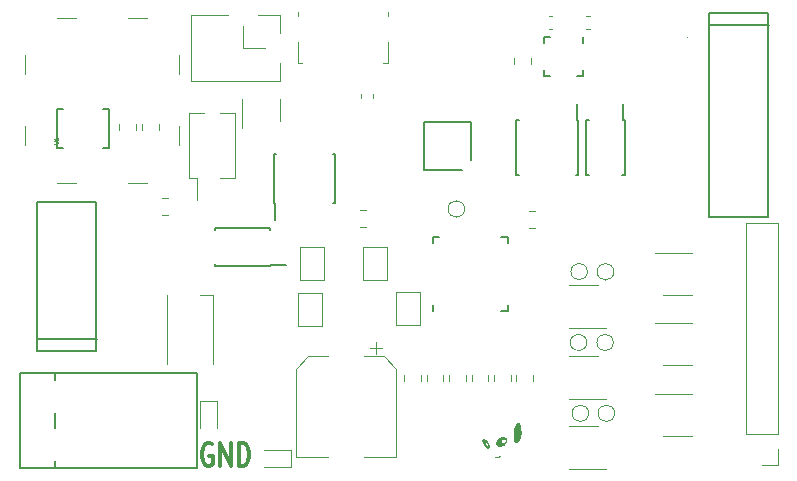
<source format=gbr>
G04 #@! TF.GenerationSoftware,KiCad,Pcbnew,5.1.5-52549c5~84~ubuntu18.04.1*
G04 #@! TF.CreationDate,2020-04-16T17:59:20+02:00*
G04 #@! TF.ProjectId,board,626f6172-642e-46b6-9963-61645f706362,rev?*
G04 #@! TF.SameCoordinates,Original*
G04 #@! TF.FileFunction,Legend,Top*
G04 #@! TF.FilePolarity,Positive*
%FSLAX46Y46*%
G04 Gerber Fmt 4.6, Leading zero omitted, Abs format (unit mm)*
G04 Created by KiCad (PCBNEW 5.1.5-52549c5~84~ubuntu18.04.1) date 2020-04-16 17:59:20*
%MOMM*%
%LPD*%
G04 APERTURE LIST*
%ADD10C,0.300000*%
%ADD11C,0.120000*%
%ADD12C,0.150000*%
%ADD13C,0.127000*%
%ADD14C,0.152400*%
%ADD15C,0.010000*%
%ADD16C,0.060000*%
%ADD17C,0.100000*%
%ADD18C,0.050000*%
G04 APERTURE END LIST*
D10*
X109417142Y-136670000D02*
X109274285Y-136574761D01*
X109060000Y-136574761D01*
X108845714Y-136670000D01*
X108702857Y-136860476D01*
X108631428Y-137050952D01*
X108560000Y-137431904D01*
X108560000Y-137717619D01*
X108631428Y-138098571D01*
X108702857Y-138289047D01*
X108845714Y-138479523D01*
X109060000Y-138574761D01*
X109202857Y-138574761D01*
X109417142Y-138479523D01*
X109488571Y-138384285D01*
X109488571Y-137717619D01*
X109202857Y-137717619D01*
X110131428Y-138574761D02*
X110131428Y-136574761D01*
X110988571Y-138574761D01*
X110988571Y-136574761D01*
X111702857Y-138574761D02*
X111702857Y-136574761D01*
X112060000Y-136574761D01*
X112274285Y-136670000D01*
X112417142Y-136860476D01*
X112488571Y-137050952D01*
X112560000Y-137431904D01*
X112560000Y-137717619D01*
X112488571Y-138098571D01*
X112417142Y-138289047D01*
X112274285Y-138479523D01*
X112060000Y-138574761D01*
X111702857Y-138574761D01*
D11*
X102997000Y-110098578D02*
X102997000Y-109581422D01*
X101577000Y-110098578D02*
X101577000Y-109581422D01*
D12*
X140425000Y-109275000D02*
X140300000Y-109275000D01*
X140425000Y-113925000D02*
X140200000Y-113925000D01*
X135175000Y-113925000D02*
X135400000Y-113925000D01*
X135175000Y-109275000D02*
X135400000Y-109275000D01*
X140425000Y-109275000D02*
X140425000Y-113925000D01*
X135175000Y-109275000D02*
X135175000Y-113925000D01*
X140300000Y-109275000D02*
X140300000Y-107925000D01*
D11*
X96300000Y-100620000D02*
X97900000Y-100620000D01*
X96300000Y-114580000D02*
X97900000Y-114580000D01*
X102300000Y-100620000D02*
X103900000Y-100620000D01*
X102300000Y-114580000D02*
X103900000Y-114580000D01*
X93600000Y-103800000D02*
X93600000Y-105400000D01*
X106600000Y-103800000D02*
X106600000Y-105400000D01*
X93600000Y-109800000D02*
X93600000Y-111400000D01*
X106600000Y-109800000D02*
X106600000Y-111400000D01*
D13*
X99640000Y-127820000D02*
X94630000Y-127820000D01*
X99630000Y-116210000D02*
X94610000Y-116210000D01*
X99630000Y-128830000D02*
X99630000Y-116190000D01*
X94620000Y-128810000D02*
X99620000Y-128810000D01*
X94620000Y-116210000D02*
X94630000Y-128830000D01*
D11*
X104902000Y-110098578D02*
X104902000Y-109581422D01*
X103482000Y-110098578D02*
X103482000Y-109581422D01*
X136241422Y-118410000D02*
X136758578Y-118410000D01*
X136241422Y-116990000D02*
X136758578Y-116990000D01*
D12*
X128150000Y-119150000D02*
X128150000Y-119675000D01*
X134450000Y-119150000D02*
X134450000Y-119675000D01*
X134450000Y-125450000D02*
X134450000Y-124925000D01*
X128150000Y-125450000D02*
X128150000Y-124925000D01*
X134450000Y-119150000D02*
X133925000Y-119150000D01*
X134450000Y-125450000D02*
X133925000Y-125450000D01*
X128150000Y-119150000D02*
X128675000Y-119150000D01*
D11*
X122458578Y-116890000D02*
X121941422Y-116890000D01*
X122458578Y-118310000D02*
X121941422Y-118310000D01*
D12*
X144345000Y-109265000D02*
X144245000Y-109265000D01*
X144345000Y-113915000D02*
X144145000Y-113915000D01*
X141095000Y-113915000D02*
X141295000Y-113915000D01*
X141095000Y-109265000D02*
X141295000Y-109265000D01*
X144345000Y-109265000D02*
X144345000Y-113915000D01*
X141095000Y-109265000D02*
X141095000Y-113915000D01*
X144245000Y-109265000D02*
X144245000Y-107915000D01*
D11*
X142750000Y-132850000D02*
X139620000Y-132850000D01*
X142080000Y-129250000D02*
X139620000Y-129250000D01*
D14*
X96772800Y-108293600D02*
X96315600Y-108293600D01*
X100227200Y-111646400D02*
X100684400Y-111646400D01*
X100684400Y-111646400D02*
X100684400Y-108293600D01*
X100684400Y-108293600D02*
X100227200Y-108293600D01*
X96315600Y-108293600D02*
X96315600Y-111646400D01*
X96315600Y-111646400D02*
X96772800Y-111646400D01*
D11*
X129010000Y-130841422D02*
X129010000Y-131358578D01*
X127590000Y-130841422D02*
X127590000Y-131358578D01*
X133290000Y-130841422D02*
X133290000Y-131358578D01*
X134710000Y-130841422D02*
X134710000Y-131358578D01*
X132810000Y-130841422D02*
X132810000Y-131358578D01*
X131390000Y-130841422D02*
X131390000Y-131358578D01*
X136410000Y-104041422D02*
X136410000Y-104558578D01*
X134990000Y-104041422D02*
X134990000Y-104558578D01*
D12*
X140799999Y-105500001D02*
X140299999Y-105500001D01*
X137549999Y-102250001D02*
X138049999Y-102250001D01*
X137549999Y-105500001D02*
X138049999Y-105500001D01*
X140799999Y-102250001D02*
X140799999Y-102750001D01*
X137549999Y-102250001D02*
X137549999Y-102750001D01*
X137549999Y-105500001D02*
X137549999Y-105000001D01*
X140799999Y-105500001D02*
X140799999Y-105000001D01*
D11*
X108365000Y-133015000D02*
X108365000Y-135300000D01*
X109835000Y-133015000D02*
X108365000Y-133015000D01*
X109835000Y-135300000D02*
X109835000Y-133015000D01*
X157330000Y-138439200D02*
X156000000Y-138439200D01*
X157330000Y-137109200D02*
X157330000Y-138439200D01*
X157330000Y-135839200D02*
X154670000Y-135839200D01*
X154670000Y-135839200D02*
X154670000Y-117999200D01*
X157330000Y-135839200D02*
X157330000Y-117999200D01*
X157330000Y-117999200D02*
X154670000Y-117999200D01*
D12*
X108150000Y-130700000D02*
X93150000Y-130700000D01*
X108150000Y-138700000D02*
X108150000Y-130700000D01*
X93150000Y-138700000D02*
X108150000Y-138700000D01*
X93150000Y-130700000D02*
X93150000Y-138700000D01*
X96150000Y-138700000D02*
X96150000Y-138100000D01*
X96150000Y-135300000D02*
X96150000Y-134100000D01*
X96150000Y-130700000D02*
X96150000Y-131300000D01*
D11*
X142750000Y-126855000D02*
X139620000Y-126855000D01*
X142080000Y-123255000D02*
X139620000Y-123255000D01*
X146900000Y-120500000D02*
X150030000Y-120500000D01*
X147570000Y-124100000D02*
X150030000Y-124100000D01*
X146900000Y-126450000D02*
X150030000Y-126450000D01*
X147570000Y-130050000D02*
X150030000Y-130050000D01*
X142750000Y-138800000D02*
X139620000Y-138800000D01*
X142080000Y-135200000D02*
X139620000Y-135200000D01*
X146900000Y-132450000D02*
X150030000Y-132450000D01*
X147570000Y-136050000D02*
X150030000Y-136050000D01*
X125690000Y-130841422D02*
X125690000Y-131358578D01*
X127110000Y-130841422D02*
X127110000Y-131358578D01*
X129490000Y-130841422D02*
X129490000Y-131358578D01*
X130910000Y-130841422D02*
X130910000Y-131358578D01*
X105580000Y-129960000D02*
X105580000Y-124060000D01*
X109480000Y-129960000D02*
X109480000Y-124060000D01*
X109480000Y-124060000D02*
X108405000Y-124060000D01*
X141200000Y-122100000D02*
G75*
G03X141200000Y-122100000I-700000J0D01*
G01*
X143434000Y-122116000D02*
G75*
G03X143434000Y-122116000I-700000J0D01*
G01*
X141148000Y-128100000D02*
G75*
G03X141148000Y-128100000I-700000J0D01*
G01*
X143400000Y-128100000D02*
G75*
G03X143400000Y-128100000I-700000J0D01*
G01*
X141300000Y-134100000D02*
G75*
G03X141300000Y-134100000I-700000J0D01*
G01*
X143500000Y-134100000D02*
G75*
G03X143500000Y-134100000I-700000J0D01*
G01*
X110785000Y-100400000D02*
X107670000Y-100400000D01*
X107670000Y-100400000D02*
X107670000Y-106000000D01*
X115170000Y-106000000D02*
X107670000Y-106000000D01*
X115170000Y-104470000D02*
X115170000Y-106000000D01*
X113925000Y-103200000D02*
X112055000Y-103200000D01*
X112055000Y-103200000D02*
X112055000Y-101330000D01*
X113325000Y-100400000D02*
X115170000Y-100400000D01*
X115170000Y-100400000D02*
X115170000Y-101930000D01*
X136610000Y-130841422D02*
X136610000Y-131358578D01*
X135190000Y-130841422D02*
X135190000Y-131358578D01*
D15*
G36*
X134058423Y-136101777D02*
G01*
X134096263Y-136105066D01*
X134116759Y-136108897D01*
X134168390Y-136125874D01*
X134213060Y-136149654D01*
X134250646Y-136179527D01*
X134281024Y-136214781D01*
X134304071Y-136254703D01*
X134319661Y-136298583D01*
X134327672Y-136345708D01*
X134327980Y-136395366D01*
X134320461Y-136446846D01*
X134304990Y-136499436D01*
X134281445Y-136552424D01*
X134249701Y-136605099D01*
X134211669Y-136654398D01*
X134162024Y-136705506D01*
X134107034Y-136750255D01*
X134047863Y-136788142D01*
X133985678Y-136818666D01*
X133921645Y-136841325D01*
X133856929Y-136855617D01*
X133792695Y-136861041D01*
X133738218Y-136858169D01*
X133683393Y-136847107D01*
X133634297Y-136828036D01*
X133591371Y-136801148D01*
X133572887Y-136785333D01*
X133541140Y-136751436D01*
X133518000Y-136716962D01*
X133502118Y-136679320D01*
X133492141Y-136635916D01*
X133490986Y-136628145D01*
X133488426Y-136573755D01*
X133495286Y-136518691D01*
X133510934Y-136463752D01*
X133524275Y-136433475D01*
X133889164Y-136433475D01*
X133891545Y-136455112D01*
X133904506Y-136499304D01*
X133925689Y-136538657D01*
X133954198Y-136572122D01*
X133989137Y-136598653D01*
X134029610Y-136617204D01*
X134030453Y-136617481D01*
X134050411Y-136621460D01*
X134077461Y-136623152D01*
X134095684Y-136622976D01*
X134119938Y-136621571D01*
X134138324Y-136618634D01*
X134155122Y-136613176D01*
X134172690Y-136605155D01*
X134209679Y-136581788D01*
X134240282Y-136551948D01*
X134263754Y-136517048D01*
X134279349Y-136478504D01*
X134286322Y-136437728D01*
X134283925Y-136396134D01*
X134283670Y-136394722D01*
X134270966Y-136352824D01*
X134249644Y-136314438D01*
X134220985Y-136281215D01*
X134186270Y-136254806D01*
X134167445Y-136244858D01*
X134137518Y-136235350D01*
X134102396Y-136230786D01*
X134065790Y-136231225D01*
X134031413Y-136236724D01*
X134013531Y-136242426D01*
X133978383Y-136261486D01*
X133947691Y-136287944D01*
X133922440Y-136320087D01*
X133903613Y-136356199D01*
X133892193Y-136394567D01*
X133889164Y-136433475D01*
X133524275Y-136433475D01*
X133534736Y-136409736D01*
X133566061Y-136357441D01*
X133604274Y-136307666D01*
X133648745Y-136261207D01*
X133698840Y-136218864D01*
X133753926Y-136181434D01*
X133813370Y-136149716D01*
X133876541Y-136124507D01*
X133894886Y-136118701D01*
X133931263Y-136110238D01*
X133972757Y-136104503D01*
X134016199Y-136101636D01*
X134058423Y-136101777D01*
G37*
X134058423Y-136101777D02*
X134096263Y-136105066D01*
X134116759Y-136108897D01*
X134168390Y-136125874D01*
X134213060Y-136149654D01*
X134250646Y-136179527D01*
X134281024Y-136214781D01*
X134304071Y-136254703D01*
X134319661Y-136298583D01*
X134327672Y-136345708D01*
X134327980Y-136395366D01*
X134320461Y-136446846D01*
X134304990Y-136499436D01*
X134281445Y-136552424D01*
X134249701Y-136605099D01*
X134211669Y-136654398D01*
X134162024Y-136705506D01*
X134107034Y-136750255D01*
X134047863Y-136788142D01*
X133985678Y-136818666D01*
X133921645Y-136841325D01*
X133856929Y-136855617D01*
X133792695Y-136861041D01*
X133738218Y-136858169D01*
X133683393Y-136847107D01*
X133634297Y-136828036D01*
X133591371Y-136801148D01*
X133572887Y-136785333D01*
X133541140Y-136751436D01*
X133518000Y-136716962D01*
X133502118Y-136679320D01*
X133492141Y-136635916D01*
X133490986Y-136628145D01*
X133488426Y-136573755D01*
X133495286Y-136518691D01*
X133510934Y-136463752D01*
X133524275Y-136433475D01*
X133889164Y-136433475D01*
X133891545Y-136455112D01*
X133904506Y-136499304D01*
X133925689Y-136538657D01*
X133954198Y-136572122D01*
X133989137Y-136598653D01*
X134029610Y-136617204D01*
X134030453Y-136617481D01*
X134050411Y-136621460D01*
X134077461Y-136623152D01*
X134095684Y-136622976D01*
X134119938Y-136621571D01*
X134138324Y-136618634D01*
X134155122Y-136613176D01*
X134172690Y-136605155D01*
X134209679Y-136581788D01*
X134240282Y-136551948D01*
X134263754Y-136517048D01*
X134279349Y-136478504D01*
X134286322Y-136437728D01*
X134283925Y-136396134D01*
X134283670Y-136394722D01*
X134270966Y-136352824D01*
X134249644Y-136314438D01*
X134220985Y-136281215D01*
X134186270Y-136254806D01*
X134167445Y-136244858D01*
X134137518Y-136235350D01*
X134102396Y-136230786D01*
X134065790Y-136231225D01*
X134031413Y-136236724D01*
X134013531Y-136242426D01*
X133978383Y-136261486D01*
X133947691Y-136287944D01*
X133922440Y-136320087D01*
X133903613Y-136356199D01*
X133892193Y-136394567D01*
X133889164Y-136433475D01*
X133524275Y-136433475D01*
X133534736Y-136409736D01*
X133566061Y-136357441D01*
X133604274Y-136307666D01*
X133648745Y-136261207D01*
X133698840Y-136218864D01*
X133753926Y-136181434D01*
X133813370Y-136149716D01*
X133876541Y-136124507D01*
X133894886Y-136118701D01*
X133931263Y-136110238D01*
X133972757Y-136104503D01*
X134016199Y-136101636D01*
X134058423Y-136101777D01*
G36*
X132433665Y-136292400D02*
G01*
X132451199Y-136294815D01*
X132467879Y-136300076D01*
X132486678Y-136308404D01*
X132536544Y-136336810D01*
X132586028Y-136374026D01*
X132634186Y-136418713D01*
X132680077Y-136469536D01*
X132722757Y-136525158D01*
X132761285Y-136584244D01*
X132794717Y-136645456D01*
X132822112Y-136707459D01*
X132842526Y-136768917D01*
X132855018Y-136828492D01*
X132855381Y-136831129D01*
X132858149Y-136874196D01*
X132854456Y-136912257D01*
X132844593Y-136944427D01*
X132828853Y-136969822D01*
X132807525Y-136987556D01*
X132803187Y-136989832D01*
X132775219Y-136998318D01*
X132743409Y-136999581D01*
X132711189Y-136993488D01*
X132710740Y-136993346D01*
X132667203Y-136975057D01*
X132622270Y-136947842D01*
X132576881Y-136912665D01*
X132531976Y-136870487D01*
X132488495Y-136822272D01*
X132447378Y-136768982D01*
X132409565Y-136711579D01*
X132375996Y-136651026D01*
X132375540Y-136650119D01*
X132350181Y-136595845D01*
X132341711Y-136573574D01*
X132495284Y-136573574D01*
X132495543Y-136601315D01*
X132498121Y-136629311D01*
X132502567Y-136652702D01*
X132512407Y-136682865D01*
X132526999Y-136717156D01*
X132544535Y-136751944D01*
X132563208Y-136783596D01*
X132578382Y-136805022D01*
X132609895Y-136840806D01*
X132641152Y-136868895D01*
X132671506Y-136889000D01*
X132700309Y-136900834D01*
X132726913Y-136904109D01*
X132750670Y-136898538D01*
X132766133Y-136888466D01*
X132780767Y-136871999D01*
X132790019Y-136852003D01*
X132794606Y-136826313D01*
X132795402Y-136800316D01*
X132791584Y-136761085D01*
X132781587Y-136720767D01*
X132766265Y-136680451D01*
X132746466Y-136641228D01*
X132723042Y-136604188D01*
X132696844Y-136570421D01*
X132668723Y-136541018D01*
X132639529Y-136517069D01*
X132610113Y-136499664D01*
X132581326Y-136489894D01*
X132554019Y-136488849D01*
X132552521Y-136489075D01*
X132530226Y-136497610D01*
X132511870Y-136514429D01*
X132501805Y-136531686D01*
X132497365Y-136549295D01*
X132495284Y-136573574D01*
X132341711Y-136573574D01*
X132331505Y-136546742D01*
X132318956Y-136500850D01*
X132311980Y-136456209D01*
X132310024Y-136418820D01*
X132310147Y-136393734D01*
X132311356Y-136375780D01*
X132314108Y-136361950D01*
X132318861Y-136349235D01*
X132321443Y-136343751D01*
X132332212Y-136326421D01*
X132345671Y-136310733D01*
X132351471Y-136305651D01*
X132361774Y-136298608D01*
X132371873Y-136294452D01*
X132384939Y-136292443D01*
X132404145Y-136291838D01*
X132410641Y-136291820D01*
X132433665Y-136292400D01*
G37*
X132433665Y-136292400D02*
X132451199Y-136294815D01*
X132467879Y-136300076D01*
X132486678Y-136308404D01*
X132536544Y-136336810D01*
X132586028Y-136374026D01*
X132634186Y-136418713D01*
X132680077Y-136469536D01*
X132722757Y-136525158D01*
X132761285Y-136584244D01*
X132794717Y-136645456D01*
X132822112Y-136707459D01*
X132842526Y-136768917D01*
X132855018Y-136828492D01*
X132855381Y-136831129D01*
X132858149Y-136874196D01*
X132854456Y-136912257D01*
X132844593Y-136944427D01*
X132828853Y-136969822D01*
X132807525Y-136987556D01*
X132803187Y-136989832D01*
X132775219Y-136998318D01*
X132743409Y-136999581D01*
X132711189Y-136993488D01*
X132710740Y-136993346D01*
X132667203Y-136975057D01*
X132622270Y-136947842D01*
X132576881Y-136912665D01*
X132531976Y-136870487D01*
X132488495Y-136822272D01*
X132447378Y-136768982D01*
X132409565Y-136711579D01*
X132375996Y-136651026D01*
X132375540Y-136650119D01*
X132350181Y-136595845D01*
X132341711Y-136573574D01*
X132495284Y-136573574D01*
X132495543Y-136601315D01*
X132498121Y-136629311D01*
X132502567Y-136652702D01*
X132512407Y-136682865D01*
X132526999Y-136717156D01*
X132544535Y-136751944D01*
X132563208Y-136783596D01*
X132578382Y-136805022D01*
X132609895Y-136840806D01*
X132641152Y-136868895D01*
X132671506Y-136889000D01*
X132700309Y-136900834D01*
X132726913Y-136904109D01*
X132750670Y-136898538D01*
X132766133Y-136888466D01*
X132780767Y-136871999D01*
X132790019Y-136852003D01*
X132794606Y-136826313D01*
X132795402Y-136800316D01*
X132791584Y-136761085D01*
X132781587Y-136720767D01*
X132766265Y-136680451D01*
X132746466Y-136641228D01*
X132723042Y-136604188D01*
X132696844Y-136570421D01*
X132668723Y-136541018D01*
X132639529Y-136517069D01*
X132610113Y-136499664D01*
X132581326Y-136489894D01*
X132554019Y-136488849D01*
X132552521Y-136489075D01*
X132530226Y-136497610D01*
X132511870Y-136514429D01*
X132501805Y-136531686D01*
X132497365Y-136549295D01*
X132495284Y-136573574D01*
X132341711Y-136573574D01*
X132331505Y-136546742D01*
X132318956Y-136500850D01*
X132311980Y-136456209D01*
X132310024Y-136418820D01*
X132310147Y-136393734D01*
X132311356Y-136375780D01*
X132314108Y-136361950D01*
X132318861Y-136349235D01*
X132321443Y-136343751D01*
X132332212Y-136326421D01*
X132345671Y-136310733D01*
X132351471Y-136305651D01*
X132361774Y-136298608D01*
X132371873Y-136294452D01*
X132384939Y-136292443D01*
X132404145Y-136291838D01*
X132410641Y-136291820D01*
X132433665Y-136292400D01*
D16*
G36*
X133764692Y-137731830D02*
G01*
X133768884Y-137737238D01*
X133769842Y-137745434D01*
X133765424Y-137750854D01*
X133753375Y-137758710D01*
X133735655Y-137768093D01*
X133714225Y-137778090D01*
X133691046Y-137787791D01*
X133668078Y-137796284D01*
X133647282Y-137802659D01*
X133645917Y-137803013D01*
X133602856Y-137810486D01*
X133554361Y-137812860D01*
X133503785Y-137810138D01*
X133457500Y-137802965D01*
X133430200Y-137797186D01*
X133411309Y-137792973D01*
X133399286Y-137789840D01*
X133392588Y-137787302D01*
X133389673Y-137784876D01*
X133388999Y-137782076D01*
X133388997Y-137781433D01*
X133390026Y-137773727D01*
X133393898Y-137769084D01*
X133402140Y-137767369D01*
X133416276Y-137768449D01*
X133437832Y-137772190D01*
X133454960Y-137775657D01*
X133513922Y-137785109D01*
X133567388Y-137787441D01*
X133617312Y-137782442D01*
X133665646Y-137769901D01*
X133714342Y-137749609D01*
X133719221Y-137747188D01*
X133741207Y-137736758D01*
X133755915Y-137731654D01*
X133764692Y-137731830D01*
G37*
X133764692Y-137731830D02*
X133768884Y-137737238D01*
X133769842Y-137745434D01*
X133765424Y-137750854D01*
X133753375Y-137758710D01*
X133735655Y-137768093D01*
X133714225Y-137778090D01*
X133691046Y-137787791D01*
X133668078Y-137796284D01*
X133647282Y-137802659D01*
X133645917Y-137803013D01*
X133602856Y-137810486D01*
X133554361Y-137812860D01*
X133503785Y-137810138D01*
X133457500Y-137802965D01*
X133430200Y-137797186D01*
X133411309Y-137792973D01*
X133399286Y-137789840D01*
X133392588Y-137787302D01*
X133389673Y-137784876D01*
X133388999Y-137782076D01*
X133388997Y-137781433D01*
X133390026Y-137773727D01*
X133393898Y-137769084D01*
X133402140Y-137767369D01*
X133416276Y-137768449D01*
X133437832Y-137772190D01*
X133454960Y-137775657D01*
X133513922Y-137785109D01*
X133567388Y-137787441D01*
X133617312Y-137782442D01*
X133665646Y-137769901D01*
X133714342Y-137749609D01*
X133719221Y-137747188D01*
X133741207Y-137736758D01*
X133755915Y-137731654D01*
X133764692Y-137731830D01*
D13*
X156500000Y-117490000D02*
X156500000Y-100170000D01*
X156500000Y-100170000D02*
X151500000Y-100170000D01*
X151500000Y-100170000D02*
X151500000Y-117490000D01*
X151500000Y-117490000D02*
X156500000Y-117490000D01*
X151460000Y-101210000D02*
X156540000Y-101210000D01*
D11*
X115210000Y-109320000D02*
X115210000Y-107520000D01*
X111990000Y-107520000D02*
X111990000Y-109970000D01*
D12*
X114325000Y-121525000D02*
X115675000Y-121525000D01*
X114325000Y-118375000D02*
X109675000Y-118375000D01*
X114325000Y-121625000D02*
X109675000Y-121625000D01*
X114325000Y-118375000D02*
X114325000Y-118575000D01*
X109675000Y-118375000D02*
X109675000Y-118575000D01*
X109675000Y-121625000D02*
X109675000Y-121425000D01*
X114325000Y-121625000D02*
X114325000Y-121525000D01*
D11*
X116660000Y-104470000D02*
X117040000Y-104470000D01*
X116660000Y-100420000D02*
X116660000Y-100160000D01*
X116660000Y-104470000D02*
X116660000Y-102700000D01*
X124280000Y-104470000D02*
X123900000Y-104470000D01*
X124280000Y-102700000D02*
X124280000Y-104470000D01*
X124280000Y-100160000D02*
X124280000Y-100420000D01*
D12*
X114695000Y-116325000D02*
X114745000Y-116325000D01*
X114695000Y-112175000D02*
X114840000Y-112175000D01*
X119845000Y-112175000D02*
X119700000Y-112175000D01*
X119845000Y-116325000D02*
X119700000Y-116325000D01*
X114695000Y-116325000D02*
X114695000Y-112175000D01*
X119845000Y-116325000D02*
X119845000Y-112175000D01*
X114745000Y-116325000D02*
X114745000Y-117725000D01*
D11*
X116085000Y-137165000D02*
X113800000Y-137165000D01*
X116085000Y-138635000D02*
X116085000Y-137165000D01*
X113800000Y-138635000D02*
X116085000Y-138635000D01*
X121990000Y-107412779D02*
X121990000Y-107087221D01*
X123010000Y-107412779D02*
X123010000Y-107087221D01*
X130800000Y-116800000D02*
G75*
G03X130800000Y-116800000I-700000J0D01*
G01*
X105718578Y-117290000D02*
X105201422Y-117290000D01*
X105718578Y-115870000D02*
X105201422Y-115870000D01*
D17*
X148450000Y-102290000D02*
G75*
G03X148450000Y-102290000I-50000J0D01*
G01*
X149650000Y-102290000D02*
G75*
G03X149650000Y-102290000I-50000J0D01*
G01*
D11*
X118700000Y-123900000D02*
X118700000Y-126700000D01*
X118700000Y-126700000D02*
X116700000Y-126700000D01*
X116700000Y-126700000D02*
X116700000Y-123900000D01*
X116700000Y-123900000D02*
X118700000Y-123900000D01*
X118900000Y-122800000D02*
X116900000Y-122800000D01*
X118900000Y-120000000D02*
X118900000Y-122800000D01*
X116900000Y-120000000D02*
X118900000Y-120000000D01*
X116900000Y-122800000D02*
X116900000Y-120000000D01*
X125000000Y-123800000D02*
X127000000Y-123800000D01*
X125000000Y-126600000D02*
X125000000Y-123800000D01*
X127000000Y-126600000D02*
X125000000Y-126600000D01*
X127000000Y-123800000D02*
X127000000Y-126600000D01*
X122200000Y-122800000D02*
X122200000Y-120000000D01*
X122200000Y-120000000D02*
X124200000Y-120000000D01*
X124200000Y-120000000D02*
X124200000Y-122800000D01*
X124200000Y-122800000D02*
X122200000Y-122800000D01*
X138242779Y-101520000D02*
X137917221Y-101520000D01*
X138242779Y-100500000D02*
X137917221Y-100500000D01*
X141067221Y-101520000D02*
X141392779Y-101520000D01*
X141067221Y-100500000D02*
X141392779Y-100500000D01*
X116500000Y-137800000D02*
X119250000Y-137800000D01*
X125020000Y-137800000D02*
X122270000Y-137800000D01*
X125020000Y-130344437D02*
X125020000Y-137800000D01*
X116500000Y-130344437D02*
X116500000Y-137800000D01*
X117564437Y-129280000D02*
X119250000Y-129280000D01*
X123955563Y-129280000D02*
X122270000Y-129280000D01*
X123955563Y-129280000D02*
X125020000Y-130344437D01*
X117564437Y-129280000D02*
X116500000Y-130344437D01*
X123270000Y-128040000D02*
X123270000Y-129040000D01*
X123770000Y-128540000D02*
X122770000Y-128540000D01*
D15*
G36*
X135318201Y-134929738D02*
G01*
X135338348Y-134931965D01*
X135355863Y-134935564D01*
X135371188Y-134941308D01*
X135384766Y-134949971D01*
X135397039Y-134962324D01*
X135408450Y-134979140D01*
X135419440Y-135001193D01*
X135430453Y-135029255D01*
X135441931Y-135064099D01*
X135454316Y-135106498D01*
X135468050Y-135157225D01*
X135483577Y-135217052D01*
X135484299Y-135219867D01*
X135501506Y-135292474D01*
X135515540Y-135364276D01*
X135526689Y-135437443D01*
X135535238Y-135514150D01*
X135541474Y-135596569D01*
X135545609Y-135684760D01*
X135546717Y-135718405D01*
X135547222Y-135744525D01*
X135546933Y-135765749D01*
X135545658Y-135784703D01*
X135543208Y-135804014D01*
X135539391Y-135826309D01*
X135534016Y-135854217D01*
X135532872Y-135860020D01*
X135516391Y-135938711D01*
X135498865Y-136013406D01*
X135480546Y-136083339D01*
X135461687Y-136147741D01*
X135442541Y-136205845D01*
X135423359Y-136256882D01*
X135404394Y-136300085D01*
X135385900Y-136334686D01*
X135368657Y-136359293D01*
X135357953Y-136372749D01*
X135343677Y-136391717D01*
X135327975Y-136413311D01*
X135317487Y-136428152D01*
X135291986Y-136462275D01*
X135268222Y-136489201D01*
X135246922Y-136508184D01*
X135229823Y-136518106D01*
X135217848Y-136520698D01*
X135200149Y-136522358D01*
X135185639Y-136522712D01*
X135169049Y-136521866D01*
X135153769Y-136519024D01*
X135136746Y-136513303D01*
X135114929Y-136503818D01*
X135105960Y-136499618D01*
X135083192Y-136487894D01*
X135061706Y-136475181D01*
X135044652Y-136463418D01*
X135038199Y-136457955D01*
X135015298Y-136429710D01*
X134995228Y-136391883D01*
X134977972Y-136344420D01*
X134963507Y-136287269D01*
X134954959Y-136241020D01*
X134952442Y-136223764D01*
X134950422Y-136205587D01*
X134948848Y-136185174D01*
X134947672Y-136161208D01*
X134946843Y-136132375D01*
X134946312Y-136097359D01*
X134946029Y-136054844D01*
X134945945Y-136003516D01*
X134945945Y-136002260D01*
X134946068Y-135945778D01*
X134946514Y-135897431D01*
X134947403Y-135855192D01*
X134948857Y-135817037D01*
X134950997Y-135780942D01*
X134953942Y-135744882D01*
X134957814Y-135706833D01*
X134962734Y-135664769D01*
X134968823Y-135616667D01*
X134969068Y-135614778D01*
X134978126Y-135557754D01*
X134990976Y-135495299D01*
X135007031Y-135429301D01*
X135025706Y-135361648D01*
X135046413Y-135294227D01*
X135068565Y-135228927D01*
X135091577Y-135167635D01*
X135114862Y-135112239D01*
X135137832Y-135064626D01*
X135143030Y-135054937D01*
X135170897Y-135010835D01*
X135201983Y-134973517D01*
X135202588Y-134972896D01*
X135225380Y-134951619D01*
X135246068Y-134937902D01*
X135267763Y-134930583D01*
X135293575Y-134928502D01*
X135318201Y-134929738D01*
G37*
X135318201Y-134929738D02*
X135338348Y-134931965D01*
X135355863Y-134935564D01*
X135371188Y-134941308D01*
X135384766Y-134949971D01*
X135397039Y-134962324D01*
X135408450Y-134979140D01*
X135419440Y-135001193D01*
X135430453Y-135029255D01*
X135441931Y-135064099D01*
X135454316Y-135106498D01*
X135468050Y-135157225D01*
X135483577Y-135217052D01*
X135484299Y-135219867D01*
X135501506Y-135292474D01*
X135515540Y-135364276D01*
X135526689Y-135437443D01*
X135535238Y-135514150D01*
X135541474Y-135596569D01*
X135545609Y-135684760D01*
X135546717Y-135718405D01*
X135547222Y-135744525D01*
X135546933Y-135765749D01*
X135545658Y-135784703D01*
X135543208Y-135804014D01*
X135539391Y-135826309D01*
X135534016Y-135854217D01*
X135532872Y-135860020D01*
X135516391Y-135938711D01*
X135498865Y-136013406D01*
X135480546Y-136083339D01*
X135461687Y-136147741D01*
X135442541Y-136205845D01*
X135423359Y-136256882D01*
X135404394Y-136300085D01*
X135385900Y-136334686D01*
X135368657Y-136359293D01*
X135357953Y-136372749D01*
X135343677Y-136391717D01*
X135327975Y-136413311D01*
X135317487Y-136428152D01*
X135291986Y-136462275D01*
X135268222Y-136489201D01*
X135246922Y-136508184D01*
X135229823Y-136518106D01*
X135217848Y-136520698D01*
X135200149Y-136522358D01*
X135185639Y-136522712D01*
X135169049Y-136521866D01*
X135153769Y-136519024D01*
X135136746Y-136513303D01*
X135114929Y-136503818D01*
X135105960Y-136499618D01*
X135083192Y-136487894D01*
X135061706Y-136475181D01*
X135044652Y-136463418D01*
X135038199Y-136457955D01*
X135015298Y-136429710D01*
X134995228Y-136391883D01*
X134977972Y-136344420D01*
X134963507Y-136287269D01*
X134954959Y-136241020D01*
X134952442Y-136223764D01*
X134950422Y-136205587D01*
X134948848Y-136185174D01*
X134947672Y-136161208D01*
X134946843Y-136132375D01*
X134946312Y-136097359D01*
X134946029Y-136054844D01*
X134945945Y-136003516D01*
X134945945Y-136002260D01*
X134946068Y-135945778D01*
X134946514Y-135897431D01*
X134947403Y-135855192D01*
X134948857Y-135817037D01*
X134950997Y-135780942D01*
X134953942Y-135744882D01*
X134957814Y-135706833D01*
X134962734Y-135664769D01*
X134968823Y-135616667D01*
X134969068Y-135614778D01*
X134978126Y-135557754D01*
X134990976Y-135495299D01*
X135007031Y-135429301D01*
X135025706Y-135361648D01*
X135046413Y-135294227D01*
X135068565Y-135228927D01*
X135091577Y-135167635D01*
X135114862Y-135112239D01*
X135137832Y-135064626D01*
X135143030Y-135054937D01*
X135170897Y-135010835D01*
X135201983Y-134973517D01*
X135202588Y-134972896D01*
X135225380Y-134951619D01*
X135246068Y-134937902D01*
X135267763Y-134930583D01*
X135293575Y-134928502D01*
X135318201Y-134929738D01*
D11*
X111385000Y-114190000D02*
X111385000Y-108670000D01*
X108105000Y-116040000D02*
X108105000Y-114190000D01*
X107455000Y-114190000D02*
X108105000Y-114190000D01*
X107455000Y-114190000D02*
X107455000Y-108670000D01*
X107455000Y-108670000D02*
X108724000Y-108670000D01*
X110115000Y-114190000D02*
X111385000Y-114190000D01*
X110115000Y-108670000D02*
X111385000Y-108670000D01*
D12*
X131360000Y-112670000D02*
X131360000Y-109470000D01*
X131360000Y-109470000D02*
X127360000Y-109470000D01*
X127360000Y-109470000D02*
X127360000Y-113470000D01*
X127360000Y-113470000D02*
X130560000Y-113470000D01*
D18*
X96025121Y-111264170D02*
X96280089Y-111264170D01*
X96310086Y-111249172D01*
X96325084Y-111234174D01*
X96340082Y-111204177D01*
X96340082Y-111144185D01*
X96325084Y-111114188D01*
X96310086Y-111099190D01*
X96280089Y-111084192D01*
X96025121Y-111084192D01*
X96340082Y-110769231D02*
X96340082Y-110949209D01*
X96340082Y-110859220D02*
X96025121Y-110859220D01*
X96070115Y-110889216D01*
X96100112Y-110919213D01*
X96115110Y-110949209D01*
M02*

</source>
